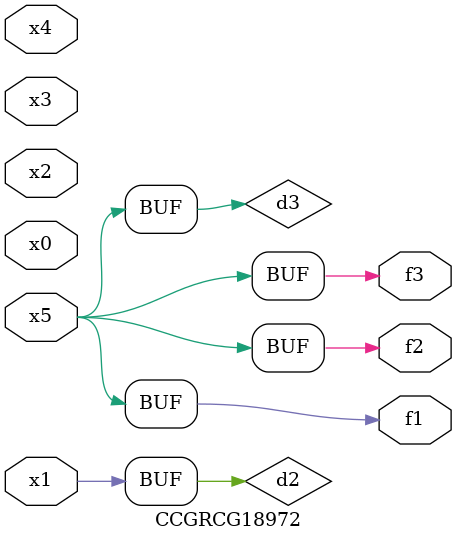
<source format=v>
module CCGRCG18972(
	input x0, x1, x2, x3, x4, x5,
	output f1, f2, f3
);

	wire d1, d2, d3;

	not (d1, x5);
	or (d2, x1);
	xnor (d3, d1);
	assign f1 = d3;
	assign f2 = d3;
	assign f3 = d3;
endmodule

</source>
